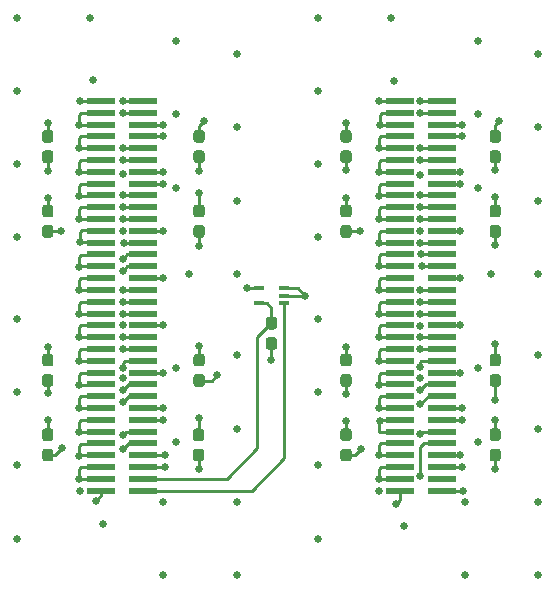
<source format=gbr>
%TF.GenerationSoftware,KiCad,Pcbnew,(5.1.9-0-10_14)*%
%TF.CreationDate,2021-05-13T13:45:13-04:00*%
%TF.ProjectId,SiPM_Board_RevB,5369504d-5f42-46f6-9172-645f52657642,rev?*%
%TF.SameCoordinates,Original*%
%TF.FileFunction,Copper,L4,Bot*%
%TF.FilePolarity,Positive*%
%FSLAX46Y46*%
G04 Gerber Fmt 4.6, Leading zero omitted, Abs format (unit mm)*
G04 Created by KiCad (PCBNEW (5.1.9-0-10_14)) date 2021-05-13 13:45:13*
%MOMM*%
%LPD*%
G01*
G04 APERTURE LIST*
%TA.AperFunction,SMDPad,CuDef*%
%ADD10R,2.413000X0.558800*%
%TD*%
%TA.AperFunction,SMDPad,CuDef*%
%ADD11R,0.900000X0.400000*%
%TD*%
%TA.AperFunction,ViaPad*%
%ADD12C,0.635000*%
%TD*%
%TA.AperFunction,Conductor*%
%ADD13C,0.294640*%
%TD*%
G04 APERTURE END LIST*
D10*
%TO.P,J2,68*%
%TO.N,/BIAS4*%
X160852000Y-116502634D03*
%TO.P,J2,67*%
X164408000Y-116502634D03*
%TO.P,J2,66*%
%TO.N,GND*%
X160852000Y-115502636D03*
%TO.P,J2,65*%
%TO.N,Net-(J2-Pad65)*%
X164408000Y-115502636D03*
%TO.P,J2,64*%
%TO.N,GND*%
X160852000Y-114502638D03*
%TO.P,J2,63*%
%TO.N,Net-(J2-Pad63)*%
X164408000Y-114502638D03*
%TO.P,J2,62*%
%TO.N,GND*%
X160852000Y-113502640D03*
%TO.P,J2,61*%
%TO.N,Net-(J2-Pad61)*%
X164408000Y-113502640D03*
%TO.P,J2,60*%
%TO.N,GND*%
X160852000Y-112502642D03*
%TO.P,J2,59*%
%TO.N,Net-(J2-Pad59)*%
X164408000Y-112502642D03*
%TO.P,J2,58*%
%TO.N,GND*%
X160852000Y-111502644D03*
%TO.P,J2,57*%
%TO.N,Net-(J2-Pad57)*%
X164408000Y-111502644D03*
%TO.P,J2,56*%
%TO.N,GND*%
X160852000Y-110502646D03*
%TO.P,J2,55*%
%TO.N,Net-(J2-Pad55)*%
X164408000Y-110502646D03*
%TO.P,J2,54*%
%TO.N,GND*%
X160852000Y-109502648D03*
%TO.P,J2,53*%
%TO.N,Net-(J2-Pad53)*%
X164408000Y-109502648D03*
%TO.P,J2,52*%
%TO.N,GND*%
X160852000Y-108502650D03*
%TO.P,J2,51*%
%TO.N,Net-(J2-Pad51)*%
X164408000Y-108502650D03*
%TO.P,J2,50*%
%TO.N,GND*%
X160852000Y-107502652D03*
%TO.P,J2,49*%
%TO.N,Net-(J2-Pad49)*%
X164408000Y-107502652D03*
%TO.P,J2,48*%
%TO.N,GND*%
X160852000Y-106502654D03*
%TO.P,J2,47*%
%TO.N,Net-(J2-Pad47)*%
X164408000Y-106502654D03*
%TO.P,J2,46*%
%TO.N,GND*%
X160852000Y-105502656D03*
%TO.P,J2,45*%
%TO.N,Net-(J2-Pad45)*%
X164408000Y-105502656D03*
%TO.P,J2,44*%
%TO.N,GND*%
X160852000Y-104502658D03*
%TO.P,J2,43*%
%TO.N,Net-(J2-Pad43)*%
X164408000Y-104502658D03*
%TO.P,J2,42*%
%TO.N,GND*%
X160852000Y-103502660D03*
%TO.P,J2,41*%
%TO.N,Net-(J2-Pad41)*%
X164408000Y-103502660D03*
%TO.P,J2,40*%
%TO.N,GND*%
X160852000Y-102502662D03*
%TO.P,J2,39*%
%TO.N,Net-(J2-Pad39)*%
X164408000Y-102502662D03*
%TO.P,J2,38*%
%TO.N,GND*%
X160852000Y-101502664D03*
%TO.P,J2,37*%
%TO.N,Net-(J2-Pad37)*%
X164408000Y-101502664D03*
%TO.P,J2,36*%
%TO.N,GND*%
X160852000Y-100502666D03*
%TO.P,J2,35*%
%TO.N,Net-(J2-Pad35)*%
X164408000Y-100502666D03*
%TO.P,J2,34*%
%TO.N,GND*%
X160852000Y-99502668D03*
%TO.P,J2,33*%
%TO.N,Net-(J2-Pad33)*%
X164408000Y-99502668D03*
%TO.P,J2,32*%
%TO.N,GND*%
X160852000Y-98502670D03*
%TO.P,J2,31*%
%TO.N,Net-(J2-Pad31)*%
X164408000Y-98502670D03*
%TO.P,J2,30*%
%TO.N,GND*%
X160852000Y-97502672D03*
%TO.P,J2,29*%
%TO.N,Net-(J2-Pad29)*%
X164408000Y-97502672D03*
%TO.P,J2,28*%
%TO.N,GND*%
X160852000Y-96502674D03*
%TO.P,J2,27*%
%TO.N,Net-(J2-Pad27)*%
X164408000Y-96502674D03*
%TO.P,J2,26*%
%TO.N,GND*%
X160852000Y-95502676D03*
%TO.P,J2,25*%
%TO.N,Net-(J2-Pad25)*%
X164408000Y-95502676D03*
%TO.P,J2,24*%
%TO.N,GND*%
X160852000Y-94502678D03*
%TO.P,J2,23*%
%TO.N,Net-(J2-Pad23)*%
X164408000Y-94502678D03*
%TO.P,J2,22*%
%TO.N,GND*%
X160852000Y-93502680D03*
%TO.P,J2,21*%
%TO.N,Net-(J2-Pad21)*%
X164408000Y-93502680D03*
%TO.P,J2,20*%
%TO.N,GND*%
X160852000Y-92502682D03*
%TO.P,J2,19*%
%TO.N,Net-(J2-Pad19)*%
X164408000Y-92502682D03*
%TO.P,J2,18*%
%TO.N,GND*%
X160852000Y-91502684D03*
%TO.P,J2,17*%
%TO.N,Net-(J2-Pad17)*%
X164408000Y-91502684D03*
%TO.P,J2,16*%
%TO.N,GND*%
X160852000Y-90502686D03*
%TO.P,J2,15*%
%TO.N,Net-(J2-Pad15)*%
X164408000Y-90502686D03*
%TO.P,J2,14*%
%TO.N,GND*%
X160852000Y-89502688D03*
%TO.P,J2,13*%
%TO.N,Net-(J2-Pad13)*%
X164408000Y-89502688D03*
%TO.P,J2,12*%
%TO.N,GND*%
X160852000Y-88502690D03*
%TO.P,J2,11*%
%TO.N,Net-(J2-Pad11)*%
X164408000Y-88502690D03*
%TO.P,J2,10*%
%TO.N,GND*%
X160852000Y-87502692D03*
%TO.P,J2,9*%
%TO.N,Net-(J2-Pad9)*%
X164408000Y-87502692D03*
%TO.P,J2,8*%
%TO.N,GND*%
X160852000Y-86502694D03*
%TO.P,J2,7*%
%TO.N,Net-(J2-Pad7)*%
X164408000Y-86502694D03*
%TO.P,J2,6*%
%TO.N,GND*%
X160852000Y-85502696D03*
%TO.P,J2,5*%
%TO.N,Net-(J2-Pad5)*%
X164408000Y-85502696D03*
%TO.P,J2,4*%
%TO.N,GND*%
X160852000Y-84502698D03*
%TO.P,J2,3*%
%TO.N,Net-(J2-Pad3)*%
X164408000Y-84502698D03*
%TO.P,J2,1*%
%TO.N,Net-(J2-Pad1)*%
X164408000Y-83502700D03*
%TO.P,J2,2*%
%TO.N,/BIAS3*%
X160852000Y-83502700D03*
%TD*%
D11*
%TO.P,U1,4*%
%TO.N,/VDD*%
X148900000Y-100650000D03*
%TO.P,U1,2*%
%TO.N,GND*%
X151100000Y-100000000D03*
%TO.P,U1,5*%
X148900180Y-99344680D03*
%TO.P,U1,3*%
%TO.N,/OUT*%
X151100000Y-100650000D03*
%TO.P,U1,1*%
%TO.N,GND*%
X151100000Y-99350000D03*
%TD*%
D10*
%TO.P,J1,2*%
%TO.N,/BIAS1*%
X135592000Y-83502700D03*
%TO.P,J1,1*%
%TO.N,Net-(J1-Pad1)*%
X139148000Y-83502700D03*
%TO.P,J1,3*%
%TO.N,Net-(J1-Pad3)*%
X139148000Y-84502698D03*
%TO.P,J1,4*%
%TO.N,GND*%
X135592000Y-84502698D03*
%TO.P,J1,5*%
%TO.N,Net-(J1-Pad5)*%
X139148000Y-85502696D03*
%TO.P,J1,6*%
%TO.N,GND*%
X135592000Y-85502696D03*
%TO.P,J1,7*%
%TO.N,Net-(J1-Pad7)*%
X139148000Y-86502694D03*
%TO.P,J1,8*%
%TO.N,GND*%
X135592000Y-86502694D03*
%TO.P,J1,9*%
%TO.N,Net-(J1-Pad9)*%
X139148000Y-87502692D03*
%TO.P,J1,10*%
%TO.N,GND*%
X135592000Y-87502692D03*
%TO.P,J1,11*%
%TO.N,Net-(J1-Pad11)*%
X139148000Y-88502690D03*
%TO.P,J1,12*%
%TO.N,GND*%
X135592000Y-88502690D03*
%TO.P,J1,13*%
%TO.N,Net-(J1-Pad13)*%
X139148000Y-89502688D03*
%TO.P,J1,14*%
%TO.N,GND*%
X135592000Y-89502688D03*
%TO.P,J1,15*%
%TO.N,Net-(J1-Pad15)*%
X139148000Y-90502686D03*
%TO.P,J1,16*%
%TO.N,GND*%
X135592000Y-90502686D03*
%TO.P,J1,17*%
%TO.N,Net-(J1-Pad17)*%
X139148000Y-91502684D03*
%TO.P,J1,18*%
%TO.N,GND*%
X135592000Y-91502684D03*
%TO.P,J1,19*%
%TO.N,Net-(J1-Pad19)*%
X139148000Y-92502682D03*
%TO.P,J1,20*%
%TO.N,GND*%
X135592000Y-92502682D03*
%TO.P,J1,21*%
%TO.N,Net-(J1-Pad21)*%
X139148000Y-93502680D03*
%TO.P,J1,22*%
%TO.N,GND*%
X135592000Y-93502680D03*
%TO.P,J1,23*%
%TO.N,Net-(J1-Pad23)*%
X139148000Y-94502678D03*
%TO.P,J1,24*%
%TO.N,GND*%
X135592000Y-94502678D03*
%TO.P,J1,25*%
%TO.N,Net-(J1-Pad25)*%
X139148000Y-95502676D03*
%TO.P,J1,26*%
%TO.N,GND*%
X135592000Y-95502676D03*
%TO.P,J1,27*%
%TO.N,Net-(J1-Pad27)*%
X139148000Y-96502674D03*
%TO.P,J1,28*%
%TO.N,GND*%
X135592000Y-96502674D03*
%TO.P,J1,29*%
%TO.N,Net-(J1-Pad29)*%
X139148000Y-97502672D03*
%TO.P,J1,30*%
%TO.N,GND*%
X135592000Y-97502672D03*
%TO.P,J1,31*%
%TO.N,Net-(J1-Pad31)*%
X139148000Y-98502670D03*
%TO.P,J1,32*%
%TO.N,GND*%
X135592000Y-98502670D03*
%TO.P,J1,33*%
%TO.N,Net-(J1-Pad33)*%
X139148000Y-99502668D03*
%TO.P,J1,34*%
%TO.N,GND*%
X135592000Y-99502668D03*
%TO.P,J1,35*%
%TO.N,Net-(J1-Pad35)*%
X139148000Y-100502666D03*
%TO.P,J1,36*%
%TO.N,GND*%
X135592000Y-100502666D03*
%TO.P,J1,37*%
%TO.N,Net-(J1-Pad37)*%
X139148000Y-101502664D03*
%TO.P,J1,38*%
%TO.N,GND*%
X135592000Y-101502664D03*
%TO.P,J1,39*%
%TO.N,Net-(J1-Pad39)*%
X139148000Y-102502662D03*
%TO.P,J1,40*%
%TO.N,GND*%
X135592000Y-102502662D03*
%TO.P,J1,41*%
%TO.N,Net-(J1-Pad41)*%
X139148000Y-103502660D03*
%TO.P,J1,42*%
%TO.N,GND*%
X135592000Y-103502660D03*
%TO.P,J1,43*%
%TO.N,Net-(J1-Pad43)*%
X139148000Y-104502658D03*
%TO.P,J1,44*%
%TO.N,GND*%
X135592000Y-104502658D03*
%TO.P,J1,45*%
%TO.N,Net-(J1-Pad45)*%
X139148000Y-105502656D03*
%TO.P,J1,46*%
%TO.N,GND*%
X135592000Y-105502656D03*
%TO.P,J1,47*%
%TO.N,Net-(J1-Pad47)*%
X139148000Y-106502654D03*
%TO.P,J1,48*%
%TO.N,GND*%
X135592000Y-106502654D03*
%TO.P,J1,49*%
%TO.N,Net-(J1-Pad49)*%
X139148000Y-107502652D03*
%TO.P,J1,50*%
%TO.N,GND*%
X135592000Y-107502652D03*
%TO.P,J1,51*%
%TO.N,Net-(J1-Pad51)*%
X139148000Y-108502650D03*
%TO.P,J1,52*%
%TO.N,GND*%
X135592000Y-108502650D03*
%TO.P,J1,53*%
%TO.N,Net-(J1-Pad53)*%
X139148000Y-109502648D03*
%TO.P,J1,54*%
%TO.N,GND*%
X135592000Y-109502648D03*
%TO.P,J1,55*%
%TO.N,Net-(J1-Pad55)*%
X139148000Y-110502646D03*
%TO.P,J1,56*%
%TO.N,GND*%
X135592000Y-110502646D03*
%TO.P,J1,57*%
%TO.N,Net-(J1-Pad57)*%
X139148000Y-111502644D03*
%TO.P,J1,58*%
%TO.N,GND*%
X135592000Y-111502644D03*
%TO.P,J1,59*%
%TO.N,Net-(J1-Pad59)*%
X139148000Y-112502642D03*
%TO.P,J1,60*%
%TO.N,GND*%
X135592000Y-112502642D03*
%TO.P,J1,61*%
%TO.N,Net-(J1-Pad61)*%
X139148000Y-113502640D03*
%TO.P,J1,62*%
%TO.N,GND*%
X135592000Y-113502640D03*
%TO.P,J1,63*%
%TO.N,Net-(J1-Pad63)*%
X139148000Y-114502638D03*
%TO.P,J1,64*%
%TO.N,GND*%
X135592000Y-114502638D03*
%TO.P,J1,65*%
%TO.N,/VDD*%
X139148000Y-115502636D03*
%TO.P,J1,66*%
%TO.N,GND*%
X135592000Y-115502636D03*
%TO.P,J1,67*%
%TO.N,/OUT*%
X139148000Y-116502634D03*
%TO.P,J1,68*%
%TO.N,/BIAS2*%
X135592000Y-116502634D03*
%TD*%
%TO.P,C15,1*%
%TO.N,/BIAS4*%
%TA.AperFunction,SMDPad,CuDef*%
G36*
G01*
X156072500Y-111230000D02*
X156547500Y-111230000D01*
G75*
G02*
X156785000Y-111467500I0J-237500D01*
G01*
X156785000Y-112067500D01*
G75*
G02*
X156547500Y-112305000I-237500J0D01*
G01*
X156072500Y-112305000D01*
G75*
G02*
X155835000Y-112067500I0J237500D01*
G01*
X155835000Y-111467500D01*
G75*
G02*
X156072500Y-111230000I237500J0D01*
G01*
G37*
%TD.AperFunction*%
%TO.P,C15,2*%
%TO.N,GND*%
%TA.AperFunction,SMDPad,CuDef*%
G36*
G01*
X156072500Y-112955000D02*
X156547500Y-112955000D01*
G75*
G02*
X156785000Y-113192500I0J-237500D01*
G01*
X156785000Y-113792500D01*
G75*
G02*
X156547500Y-114030000I-237500J0D01*
G01*
X156072500Y-114030000D01*
G75*
G02*
X155835000Y-113792500I0J237500D01*
G01*
X155835000Y-113192500D01*
G75*
G02*
X156072500Y-112955000I237500J0D01*
G01*
G37*
%TD.AperFunction*%
%TD*%
%TO.P,C9,2*%
%TO.N,GND*%
%TA.AperFunction,SMDPad,CuDef*%
G36*
G01*
X149762500Y-103505000D02*
X150237500Y-103505000D01*
G75*
G02*
X150475000Y-103742500I0J-237500D01*
G01*
X150475000Y-104342500D01*
G75*
G02*
X150237500Y-104580000I-237500J0D01*
G01*
X149762500Y-104580000D01*
G75*
G02*
X149525000Y-104342500I0J237500D01*
G01*
X149525000Y-103742500D01*
G75*
G02*
X149762500Y-103505000I237500J0D01*
G01*
G37*
%TD.AperFunction*%
%TO.P,C9,1*%
%TO.N,/VDD*%
%TA.AperFunction,SMDPad,CuDef*%
G36*
G01*
X149762500Y-101780000D02*
X150237500Y-101780000D01*
G75*
G02*
X150475000Y-102017500I0J-237500D01*
G01*
X150475000Y-102617500D01*
G75*
G02*
X150237500Y-102855000I-237500J0D01*
G01*
X149762500Y-102855000D01*
G75*
G02*
X149525000Y-102617500I0J237500D01*
G01*
X149525000Y-102017500D01*
G75*
G02*
X149762500Y-101780000I237500J0D01*
G01*
G37*
%TD.AperFunction*%
%TD*%
%TO.P,C5,2*%
%TO.N,GND*%
%TA.AperFunction,SMDPad,CuDef*%
G36*
G01*
X130822500Y-87695000D02*
X131297500Y-87695000D01*
G75*
G02*
X131535000Y-87932500I0J-237500D01*
G01*
X131535000Y-88532500D01*
G75*
G02*
X131297500Y-88770000I-237500J0D01*
G01*
X130822500Y-88770000D01*
G75*
G02*
X130585000Y-88532500I0J237500D01*
G01*
X130585000Y-87932500D01*
G75*
G02*
X130822500Y-87695000I237500J0D01*
G01*
G37*
%TD.AperFunction*%
%TO.P,C5,1*%
%TO.N,/BIAS1*%
%TA.AperFunction,SMDPad,CuDef*%
G36*
G01*
X130822500Y-85970000D02*
X131297500Y-85970000D01*
G75*
G02*
X131535000Y-86207500I0J-237500D01*
G01*
X131535000Y-86807500D01*
G75*
G02*
X131297500Y-87045000I-237500J0D01*
G01*
X130822500Y-87045000D01*
G75*
G02*
X130585000Y-86807500I0J237500D01*
G01*
X130585000Y-86207500D01*
G75*
G02*
X130822500Y-85970000I237500J0D01*
G01*
G37*
%TD.AperFunction*%
%TD*%
%TO.P,C7,1*%
%TO.N,/BIAS1*%
%TA.AperFunction,SMDPad,CuDef*%
G36*
G01*
X143632500Y-85970000D02*
X144107500Y-85970000D01*
G75*
G02*
X144345000Y-86207500I0J-237500D01*
G01*
X144345000Y-86807500D01*
G75*
G02*
X144107500Y-87045000I-237500J0D01*
G01*
X143632500Y-87045000D01*
G75*
G02*
X143395000Y-86807500I0J237500D01*
G01*
X143395000Y-86207500D01*
G75*
G02*
X143632500Y-85970000I237500J0D01*
G01*
G37*
%TD.AperFunction*%
%TO.P,C7,2*%
%TO.N,GND*%
%TA.AperFunction,SMDPad,CuDef*%
G36*
G01*
X143632500Y-87695000D02*
X144107500Y-87695000D01*
G75*
G02*
X144345000Y-87932500I0J-237500D01*
G01*
X144345000Y-88532500D01*
G75*
G02*
X144107500Y-88770000I-237500J0D01*
G01*
X143632500Y-88770000D01*
G75*
G02*
X143395000Y-88532500I0J237500D01*
G01*
X143395000Y-87932500D01*
G75*
G02*
X143632500Y-87695000I237500J0D01*
G01*
G37*
%TD.AperFunction*%
%TD*%
%TO.P,C6,2*%
%TO.N,GND*%
%TA.AperFunction,SMDPad,CuDef*%
G36*
G01*
X130822500Y-112955000D02*
X131297500Y-112955000D01*
G75*
G02*
X131535000Y-113192500I0J-237500D01*
G01*
X131535000Y-113792500D01*
G75*
G02*
X131297500Y-114030000I-237500J0D01*
G01*
X130822500Y-114030000D01*
G75*
G02*
X130585000Y-113792500I0J237500D01*
G01*
X130585000Y-113192500D01*
G75*
G02*
X130822500Y-112955000I237500J0D01*
G01*
G37*
%TD.AperFunction*%
%TO.P,C6,1*%
%TO.N,/BIAS2*%
%TA.AperFunction,SMDPad,CuDef*%
G36*
G01*
X130822500Y-111230000D02*
X131297500Y-111230000D01*
G75*
G02*
X131535000Y-111467500I0J-237500D01*
G01*
X131535000Y-112067500D01*
G75*
G02*
X131297500Y-112305000I-237500J0D01*
G01*
X130822500Y-112305000D01*
G75*
G02*
X130585000Y-112067500I0J237500D01*
G01*
X130585000Y-111467500D01*
G75*
G02*
X130822500Y-111230000I237500J0D01*
G01*
G37*
%TD.AperFunction*%
%TD*%
%TO.P,C8,1*%
%TO.N,/BIAS2*%
%TA.AperFunction,SMDPad,CuDef*%
G36*
G01*
X143582500Y-111230000D02*
X144057500Y-111230000D01*
G75*
G02*
X144295000Y-111467500I0J-237500D01*
G01*
X144295000Y-112067500D01*
G75*
G02*
X144057500Y-112305000I-237500J0D01*
G01*
X143582500Y-112305000D01*
G75*
G02*
X143345000Y-112067500I0J237500D01*
G01*
X143345000Y-111467500D01*
G75*
G02*
X143582500Y-111230000I237500J0D01*
G01*
G37*
%TD.AperFunction*%
%TO.P,C8,2*%
%TO.N,GND*%
%TA.AperFunction,SMDPad,CuDef*%
G36*
G01*
X143582500Y-112955000D02*
X144057500Y-112955000D01*
G75*
G02*
X144295000Y-113192500I0J-237500D01*
G01*
X144295000Y-113792500D01*
G75*
G02*
X144057500Y-114030000I-237500J0D01*
G01*
X143582500Y-114030000D01*
G75*
G02*
X143345000Y-113792500I0J237500D01*
G01*
X143345000Y-113192500D01*
G75*
G02*
X143582500Y-112955000I237500J0D01*
G01*
G37*
%TD.AperFunction*%
%TD*%
%TO.P,C14,2*%
%TO.N,GND*%
%TA.AperFunction,SMDPad,CuDef*%
G36*
G01*
X156072500Y-87695000D02*
X156547500Y-87695000D01*
G75*
G02*
X156785000Y-87932500I0J-237500D01*
G01*
X156785000Y-88532500D01*
G75*
G02*
X156547500Y-88770000I-237500J0D01*
G01*
X156072500Y-88770000D01*
G75*
G02*
X155835000Y-88532500I0J237500D01*
G01*
X155835000Y-87932500D01*
G75*
G02*
X156072500Y-87695000I237500J0D01*
G01*
G37*
%TD.AperFunction*%
%TO.P,C14,1*%
%TO.N,/BIAS3*%
%TA.AperFunction,SMDPad,CuDef*%
G36*
G01*
X156072500Y-85970000D02*
X156547500Y-85970000D01*
G75*
G02*
X156785000Y-86207500I0J-237500D01*
G01*
X156785000Y-86807500D01*
G75*
G02*
X156547500Y-87045000I-237500J0D01*
G01*
X156072500Y-87045000D01*
G75*
G02*
X155835000Y-86807500I0J237500D01*
G01*
X155835000Y-86207500D01*
G75*
G02*
X156072500Y-85970000I237500J0D01*
G01*
G37*
%TD.AperFunction*%
%TD*%
%TO.P,C16,1*%
%TO.N,/BIAS3*%
%TA.AperFunction,SMDPad,CuDef*%
G36*
G01*
X168702500Y-85970000D02*
X169177500Y-85970000D01*
G75*
G02*
X169415000Y-86207500I0J-237500D01*
G01*
X169415000Y-86807500D01*
G75*
G02*
X169177500Y-87045000I-237500J0D01*
G01*
X168702500Y-87045000D01*
G75*
G02*
X168465000Y-86807500I0J237500D01*
G01*
X168465000Y-86207500D01*
G75*
G02*
X168702500Y-85970000I237500J0D01*
G01*
G37*
%TD.AperFunction*%
%TO.P,C16,2*%
%TO.N,GND*%
%TA.AperFunction,SMDPad,CuDef*%
G36*
G01*
X168702500Y-87695000D02*
X169177500Y-87695000D01*
G75*
G02*
X169415000Y-87932500I0J-237500D01*
G01*
X169415000Y-88532500D01*
G75*
G02*
X169177500Y-88770000I-237500J0D01*
G01*
X168702500Y-88770000D01*
G75*
G02*
X168465000Y-88532500I0J237500D01*
G01*
X168465000Y-87932500D01*
G75*
G02*
X168702500Y-87695000I237500J0D01*
G01*
G37*
%TD.AperFunction*%
%TD*%
%TO.P,C17,2*%
%TO.N,GND*%
%TA.AperFunction,SMDPad,CuDef*%
G36*
G01*
X168702500Y-112955000D02*
X169177500Y-112955000D01*
G75*
G02*
X169415000Y-113192500I0J-237500D01*
G01*
X169415000Y-113792500D01*
G75*
G02*
X169177500Y-114030000I-237500J0D01*
G01*
X168702500Y-114030000D01*
G75*
G02*
X168465000Y-113792500I0J237500D01*
G01*
X168465000Y-113192500D01*
G75*
G02*
X168702500Y-112955000I237500J0D01*
G01*
G37*
%TD.AperFunction*%
%TO.P,C17,1*%
%TO.N,/BIAS4*%
%TA.AperFunction,SMDPad,CuDef*%
G36*
G01*
X168702500Y-111230000D02*
X169177500Y-111230000D01*
G75*
G02*
X169415000Y-111467500I0J-237500D01*
G01*
X169415000Y-112067500D01*
G75*
G02*
X169177500Y-112305000I-237500J0D01*
G01*
X168702500Y-112305000D01*
G75*
G02*
X168465000Y-112067500I0J237500D01*
G01*
X168465000Y-111467500D01*
G75*
G02*
X168702500Y-111230000I237500J0D01*
G01*
G37*
%TD.AperFunction*%
%TD*%
%TO.P,C1,2*%
%TO.N,GND*%
%TA.AperFunction,SMDPad,CuDef*%
G36*
G01*
X130822500Y-94015000D02*
X131297500Y-94015000D01*
G75*
G02*
X131535000Y-94252500I0J-237500D01*
G01*
X131535000Y-94852500D01*
G75*
G02*
X131297500Y-95090000I-237500J0D01*
G01*
X130822500Y-95090000D01*
G75*
G02*
X130585000Y-94852500I0J237500D01*
G01*
X130585000Y-94252500D01*
G75*
G02*
X130822500Y-94015000I237500J0D01*
G01*
G37*
%TD.AperFunction*%
%TO.P,C1,1*%
%TO.N,/BIAS1*%
%TA.AperFunction,SMDPad,CuDef*%
G36*
G01*
X130822500Y-92290000D02*
X131297500Y-92290000D01*
G75*
G02*
X131535000Y-92527500I0J-237500D01*
G01*
X131535000Y-93127500D01*
G75*
G02*
X131297500Y-93365000I-237500J0D01*
G01*
X130822500Y-93365000D01*
G75*
G02*
X130585000Y-93127500I0J237500D01*
G01*
X130585000Y-92527500D01*
G75*
G02*
X130822500Y-92290000I237500J0D01*
G01*
G37*
%TD.AperFunction*%
%TD*%
%TO.P,C3,1*%
%TO.N,/BIAS1*%
%TA.AperFunction,SMDPad,CuDef*%
G36*
G01*
X143632500Y-92290000D02*
X144107500Y-92290000D01*
G75*
G02*
X144345000Y-92527500I0J-237500D01*
G01*
X144345000Y-93127500D01*
G75*
G02*
X144107500Y-93365000I-237500J0D01*
G01*
X143632500Y-93365000D01*
G75*
G02*
X143395000Y-93127500I0J237500D01*
G01*
X143395000Y-92527500D01*
G75*
G02*
X143632500Y-92290000I237500J0D01*
G01*
G37*
%TD.AperFunction*%
%TO.P,C3,2*%
%TO.N,GND*%
%TA.AperFunction,SMDPad,CuDef*%
G36*
G01*
X143632500Y-94015000D02*
X144107500Y-94015000D01*
G75*
G02*
X144345000Y-94252500I0J-237500D01*
G01*
X144345000Y-94852500D01*
G75*
G02*
X144107500Y-95090000I-237500J0D01*
G01*
X143632500Y-95090000D01*
G75*
G02*
X143395000Y-94852500I0J237500D01*
G01*
X143395000Y-94252500D01*
G75*
G02*
X143632500Y-94015000I237500J0D01*
G01*
G37*
%TD.AperFunction*%
%TD*%
%TO.P,C2,2*%
%TO.N,GND*%
%TA.AperFunction,SMDPad,CuDef*%
G36*
G01*
X130822500Y-106635000D02*
X131297500Y-106635000D01*
G75*
G02*
X131535000Y-106872500I0J-237500D01*
G01*
X131535000Y-107472500D01*
G75*
G02*
X131297500Y-107710000I-237500J0D01*
G01*
X130822500Y-107710000D01*
G75*
G02*
X130585000Y-107472500I0J237500D01*
G01*
X130585000Y-106872500D01*
G75*
G02*
X130822500Y-106635000I237500J0D01*
G01*
G37*
%TD.AperFunction*%
%TO.P,C2,1*%
%TO.N,/BIAS2*%
%TA.AperFunction,SMDPad,CuDef*%
G36*
G01*
X130822500Y-104910000D02*
X131297500Y-104910000D01*
G75*
G02*
X131535000Y-105147500I0J-237500D01*
G01*
X131535000Y-105747500D01*
G75*
G02*
X131297500Y-105985000I-237500J0D01*
G01*
X130822500Y-105985000D01*
G75*
G02*
X130585000Y-105747500I0J237500D01*
G01*
X130585000Y-105147500D01*
G75*
G02*
X130822500Y-104910000I237500J0D01*
G01*
G37*
%TD.AperFunction*%
%TD*%
%TO.P,C4,1*%
%TO.N,/BIAS2*%
%TA.AperFunction,SMDPad,CuDef*%
G36*
G01*
X143632500Y-104910000D02*
X144107500Y-104910000D01*
G75*
G02*
X144345000Y-105147500I0J-237500D01*
G01*
X144345000Y-105747500D01*
G75*
G02*
X144107500Y-105985000I-237500J0D01*
G01*
X143632500Y-105985000D01*
G75*
G02*
X143395000Y-105747500I0J237500D01*
G01*
X143395000Y-105147500D01*
G75*
G02*
X143632500Y-104910000I237500J0D01*
G01*
G37*
%TD.AperFunction*%
%TO.P,C4,2*%
%TO.N,GND*%
%TA.AperFunction,SMDPad,CuDef*%
G36*
G01*
X143632500Y-106635000D02*
X144107500Y-106635000D01*
G75*
G02*
X144345000Y-106872500I0J-237500D01*
G01*
X144345000Y-107472500D01*
G75*
G02*
X144107500Y-107710000I-237500J0D01*
G01*
X143632500Y-107710000D01*
G75*
G02*
X143395000Y-107472500I0J237500D01*
G01*
X143395000Y-106872500D01*
G75*
G02*
X143632500Y-106635000I237500J0D01*
G01*
G37*
%TD.AperFunction*%
%TD*%
%TO.P,C10,2*%
%TO.N,GND*%
%TA.AperFunction,SMDPad,CuDef*%
G36*
G01*
X156072500Y-94015000D02*
X156547500Y-94015000D01*
G75*
G02*
X156785000Y-94252500I0J-237500D01*
G01*
X156785000Y-94852500D01*
G75*
G02*
X156547500Y-95090000I-237500J0D01*
G01*
X156072500Y-95090000D01*
G75*
G02*
X155835000Y-94852500I0J237500D01*
G01*
X155835000Y-94252500D01*
G75*
G02*
X156072500Y-94015000I237500J0D01*
G01*
G37*
%TD.AperFunction*%
%TO.P,C10,1*%
%TO.N,/BIAS3*%
%TA.AperFunction,SMDPad,CuDef*%
G36*
G01*
X156072500Y-92290000D02*
X156547500Y-92290000D01*
G75*
G02*
X156785000Y-92527500I0J-237500D01*
G01*
X156785000Y-93127500D01*
G75*
G02*
X156547500Y-93365000I-237500J0D01*
G01*
X156072500Y-93365000D01*
G75*
G02*
X155835000Y-93127500I0J237500D01*
G01*
X155835000Y-92527500D01*
G75*
G02*
X156072500Y-92290000I237500J0D01*
G01*
G37*
%TD.AperFunction*%
%TD*%
%TO.P,C12,1*%
%TO.N,/BIAS3*%
%TA.AperFunction,SMDPad,CuDef*%
G36*
G01*
X168702500Y-92290000D02*
X169177500Y-92290000D01*
G75*
G02*
X169415000Y-92527500I0J-237500D01*
G01*
X169415000Y-93127500D01*
G75*
G02*
X169177500Y-93365000I-237500J0D01*
G01*
X168702500Y-93365000D01*
G75*
G02*
X168465000Y-93127500I0J237500D01*
G01*
X168465000Y-92527500D01*
G75*
G02*
X168702500Y-92290000I237500J0D01*
G01*
G37*
%TD.AperFunction*%
%TO.P,C12,2*%
%TO.N,GND*%
%TA.AperFunction,SMDPad,CuDef*%
G36*
G01*
X168702500Y-94015000D02*
X169177500Y-94015000D01*
G75*
G02*
X169415000Y-94252500I0J-237500D01*
G01*
X169415000Y-94852500D01*
G75*
G02*
X169177500Y-95090000I-237500J0D01*
G01*
X168702500Y-95090000D01*
G75*
G02*
X168465000Y-94852500I0J237500D01*
G01*
X168465000Y-94252500D01*
G75*
G02*
X168702500Y-94015000I237500J0D01*
G01*
G37*
%TD.AperFunction*%
%TD*%
%TO.P,C11,2*%
%TO.N,GND*%
%TA.AperFunction,SMDPad,CuDef*%
G36*
G01*
X156072500Y-106635000D02*
X156547500Y-106635000D01*
G75*
G02*
X156785000Y-106872500I0J-237500D01*
G01*
X156785000Y-107472500D01*
G75*
G02*
X156547500Y-107710000I-237500J0D01*
G01*
X156072500Y-107710000D01*
G75*
G02*
X155835000Y-107472500I0J237500D01*
G01*
X155835000Y-106872500D01*
G75*
G02*
X156072500Y-106635000I237500J0D01*
G01*
G37*
%TD.AperFunction*%
%TO.P,C11,1*%
%TO.N,/BIAS4*%
%TA.AperFunction,SMDPad,CuDef*%
G36*
G01*
X156072500Y-104910000D02*
X156547500Y-104910000D01*
G75*
G02*
X156785000Y-105147500I0J-237500D01*
G01*
X156785000Y-105747500D01*
G75*
G02*
X156547500Y-105985000I-237500J0D01*
G01*
X156072500Y-105985000D01*
G75*
G02*
X155835000Y-105747500I0J237500D01*
G01*
X155835000Y-105147500D01*
G75*
G02*
X156072500Y-104910000I237500J0D01*
G01*
G37*
%TD.AperFunction*%
%TD*%
%TO.P,C13,1*%
%TO.N,/BIAS4*%
%TA.AperFunction,SMDPad,CuDef*%
G36*
G01*
X168702500Y-104910000D02*
X169177500Y-104910000D01*
G75*
G02*
X169415000Y-105147500I0J-237500D01*
G01*
X169415000Y-105747500D01*
G75*
G02*
X169177500Y-105985000I-237500J0D01*
G01*
X168702500Y-105985000D01*
G75*
G02*
X168465000Y-105747500I0J237500D01*
G01*
X168465000Y-105147500D01*
G75*
G02*
X168702500Y-104910000I237500J0D01*
G01*
G37*
%TD.AperFunction*%
%TO.P,C13,2*%
%TO.N,GND*%
%TA.AperFunction,SMDPad,CuDef*%
G36*
G01*
X168702500Y-106635000D02*
X169177500Y-106635000D01*
G75*
G02*
X169415000Y-106872500I0J-237500D01*
G01*
X169415000Y-107472500D01*
G75*
G02*
X169177500Y-107710000I-237500J0D01*
G01*
X168702500Y-107710000D01*
G75*
G02*
X168465000Y-107472500I0J237500D01*
G01*
X168465000Y-106872500D01*
G75*
G02*
X168702500Y-106635000I237500J0D01*
G01*
G37*
%TD.AperFunction*%
%TD*%
D12*
%TO.N,GND*%
X133707308Y-111522692D03*
X133707308Y-103522692D03*
X133707308Y-101522692D03*
X133707308Y-87522692D03*
X133707308Y-115522692D03*
X133707308Y-113522692D03*
X133707308Y-107522692D03*
X133707308Y-105522692D03*
X133707308Y-109522692D03*
X133827308Y-95432692D03*
X133707308Y-85522692D03*
X133707308Y-93522692D03*
X133707308Y-91522692D03*
X133707308Y-89522692D03*
X133707308Y-99522692D03*
X133707308Y-97522692D03*
X159077308Y-103512692D03*
X159077308Y-101512692D03*
X159077308Y-87512692D03*
X159077308Y-115512692D03*
X159077308Y-113512692D03*
X159077308Y-107512692D03*
X159077308Y-105512692D03*
X159077308Y-109512692D03*
X159077308Y-95512692D03*
X159077308Y-93512692D03*
X159077308Y-91512692D03*
X159077308Y-89512692D03*
X159077308Y-99512692D03*
X159077308Y-97512692D03*
X152860000Y-100000000D03*
X150000000Y-105400000D03*
X147935320Y-99344680D03*
X131060000Y-89460000D03*
X132152500Y-94552500D03*
X143870000Y-89430000D03*
X143870000Y-95770000D03*
X132300000Y-112900000D03*
X131060000Y-108240000D03*
X145400000Y-106700000D03*
X143820000Y-114680000D03*
X157452500Y-94552500D03*
X156310000Y-89390000D03*
X168940000Y-89360000D03*
X168940000Y-95740000D03*
X159177308Y-85512692D03*
X156310000Y-108290000D03*
X157600000Y-113000000D03*
X168940000Y-114640000D03*
X168940000Y-108860000D03*
X159175000Y-110575000D03*
%TO.N,/BIAS1*%
X133762700Y-83502700D03*
X128450000Y-76450000D03*
X128450000Y-82650000D03*
X128450000Y-88850000D03*
X128450000Y-95050000D03*
X134650000Y-76450000D03*
X134850000Y-81750000D03*
X137400000Y-89700000D03*
X137400000Y-94500000D03*
X141950000Y-78450000D03*
X141950000Y-84650000D03*
X141950000Y-90850000D03*
X143050000Y-98150000D03*
X147050000Y-79550000D03*
X147050000Y-85750000D03*
X147050000Y-91950000D03*
X147050000Y-98150000D03*
X131060000Y-85340000D03*
X131060000Y-91760000D03*
X144300000Y-85200000D03*
X143870000Y-91300000D03*
%TO.N,/BIAS2*%
X133757366Y-116502634D03*
X128450000Y-101950000D03*
X128450000Y-108150000D03*
X128450000Y-120550000D03*
X128450000Y-114350000D03*
X137400000Y-102500000D03*
X137400000Y-107000000D03*
X135750000Y-119350000D03*
X135100000Y-117400000D03*
X141950000Y-106150000D03*
X141950000Y-112350000D03*
X140850000Y-117450000D03*
X140850000Y-123650000D03*
X147050000Y-123650000D03*
X147050000Y-117450000D03*
X147050000Y-111250000D03*
X147050000Y-105050000D03*
X131060000Y-110540000D03*
X131060000Y-104360000D03*
X143870000Y-104230000D03*
X143820000Y-110320000D03*
%TO.N,Net-(J1-Pad63)*%
X141000000Y-114500000D03*
%TO.N,Net-(J1-Pad61)*%
X141000000Y-113500000D03*
%TO.N,Net-(J1-Pad59)*%
X137400000Y-113000000D03*
%TO.N,Net-(J1-Pad57)*%
X137400000Y-111800000D03*
%TO.N,Net-(J1-Pad55)*%
X140800000Y-110500000D03*
%TO.N,Net-(J1-Pad53)*%
X140800000Y-109500000D03*
%TO.N,Net-(J1-Pad51)*%
X137402650Y-109002650D03*
%TO.N,Net-(J1-Pad49)*%
X137400000Y-108000000D03*
%TO.N,Net-(J1-Pad47)*%
X140800000Y-106500000D03*
%TO.N,Net-(J1-Pad45)*%
X137400000Y-106100000D03*
%TO.N,Net-(J1-Pad43)*%
X137400000Y-104500000D03*
%TO.N,Net-(J1-Pad41)*%
X137400000Y-103500000D03*
%TO.N,Net-(J1-Pad39)*%
X140800000Y-102500000D03*
%TO.N,Net-(J1-Pad37)*%
X137400000Y-101500000D03*
%TO.N,Net-(J1-Pad35)*%
X137400000Y-100500000D03*
%TO.N,Net-(J1-Pad33)*%
X137400000Y-99500000D03*
%TO.N,Net-(J1-Pad31)*%
X140800000Y-98500000D03*
%TO.N,Net-(J1-Pad29)*%
X137400000Y-97900000D03*
%TO.N,Net-(J1-Pad27)*%
X137400000Y-96900000D03*
%TO.N,Net-(J1-Pad25)*%
X137497324Y-95502676D03*
%TO.N,Net-(J1-Pad23)*%
X140800000Y-94500000D03*
%TO.N,Net-(J1-Pad21)*%
X137400000Y-93500000D03*
%TO.N,Net-(J1-Pad19)*%
X137400000Y-92500000D03*
%TO.N,Net-(J1-Pad17)*%
X137400000Y-91500000D03*
%TO.N,Net-(J1-Pad15)*%
X140800000Y-90500000D03*
%TO.N,Net-(J1-Pad13)*%
X140800000Y-89500000D03*
%TO.N,Net-(J1-Pad11)*%
X137402690Y-88502690D03*
%TO.N,Net-(J1-Pad9)*%
X137400000Y-87500000D03*
%TO.N,Net-(J1-Pad7)*%
X140800000Y-86500000D03*
%TO.N,Net-(J1-Pad5)*%
X140800000Y-85500000D03*
%TO.N,Net-(J1-Pad3)*%
X137400000Y-84500000D03*
%TO.N,Net-(J1-Pad1)*%
X137400000Y-83500000D03*
%TO.N,Net-(J2-Pad63)*%
X166100000Y-114500000D03*
%TO.N,Net-(J2-Pad61)*%
X165997360Y-113502640D03*
%TO.N,Net-(J2-Pad59)*%
X162600000Y-115300000D03*
%TO.N,Net-(J2-Pad57)*%
X162600000Y-111700000D03*
%TO.N,Net-(J2-Pad55)*%
X166097354Y-110502646D03*
%TO.N,Net-(J2-Pad53)*%
X166097352Y-109502648D03*
%TO.N,Net-(J2-Pad51)*%
X162600000Y-109200000D03*
%TO.N,Net-(J2-Pad49)*%
X162600000Y-107983936D03*
%TO.N,Net-(J2-Pad47)*%
X165997346Y-106502654D03*
%TO.N,Net-(J2-Pad45)*%
X162600000Y-106000000D03*
%TO.N,Net-(J2-Pad43)*%
X162602658Y-104502658D03*
%TO.N,Net-(J2-Pad41)*%
X162600000Y-103500000D03*
%TO.N,Net-(J2-Pad39)*%
X165997338Y-102502662D03*
%TO.N,Net-(J2-Pad37)*%
X162600000Y-101500000D03*
%TO.N,Net-(J2-Pad35)*%
X162602666Y-100502666D03*
%TO.N,Net-(J2-Pad33)*%
X162602668Y-99502668D03*
%TO.N,Net-(J2-Pad31)*%
X165997330Y-98502670D03*
%TO.N,Net-(J2-Pad29)*%
X162702672Y-97502672D03*
%TO.N,Net-(J2-Pad27)*%
X162697326Y-96502674D03*
%TO.N,Net-(J2-Pad25)*%
X162602676Y-95502676D03*
%TO.N,Net-(J2-Pad23)*%
X166000000Y-94500000D03*
%TO.N,Net-(J2-Pad21)*%
X162600000Y-93500000D03*
%TO.N,Net-(J2-Pad19)*%
X162602682Y-92502682D03*
%TO.N,Net-(J2-Pad17)*%
X162602684Y-91502684D03*
%TO.N,Net-(J2-Pad15)*%
X166000000Y-90500000D03*
%TO.N,Net-(J2-Pad13)*%
X166000000Y-89500000D03*
%TO.N,Net-(J2-Pad11)*%
X162602690Y-88502690D03*
%TO.N,Net-(J2-Pad9)*%
X162600000Y-87500000D03*
%TO.N,Net-(J2-Pad7)*%
X166097306Y-86502694D03*
%TO.N,Net-(J2-Pad5)*%
X166100000Y-85502696D03*
%TO.N,Net-(J2-Pad3)*%
X162600000Y-84500000D03*
%TO.N,Net-(J2-Pad1)*%
X162602700Y-83502700D03*
%TO.N,/BIAS3*%
X153950000Y-76450000D03*
X159078000Y-83502700D03*
X153950000Y-82650000D03*
X153950000Y-88850000D03*
X153950000Y-95050000D03*
X160150000Y-76450000D03*
X160400000Y-81800000D03*
X162600000Y-94521416D03*
X167450000Y-78450000D03*
X167450000Y-84650000D03*
X167450000Y-90850000D03*
X168550000Y-98150000D03*
X172550000Y-79550000D03*
X172550000Y-85750000D03*
X172550000Y-91950000D03*
X172550000Y-98150000D03*
X156310000Y-91710000D03*
X156310000Y-85410000D03*
X169300000Y-85200000D03*
X168940000Y-91660000D03*
X162600000Y-89800000D03*
%TO.N,/BIAS4*%
X153950000Y-101950000D03*
X159078000Y-116502634D03*
X162600000Y-107000000D03*
X153950000Y-108150000D03*
X153950000Y-114350000D03*
X153950000Y-120550000D03*
X161250000Y-119450000D03*
X167450000Y-106150000D03*
X167450000Y-112350000D03*
X166350000Y-117450000D03*
X166350000Y-123650000D03*
X172550000Y-123650000D03*
X172550000Y-117450000D03*
X172550000Y-111250000D03*
X172550000Y-105050000D03*
X156310000Y-104310000D03*
X162600000Y-102600000D03*
X156310000Y-110610000D03*
X168940000Y-110540000D03*
X168940000Y-104060000D03*
X160500000Y-117600000D03*
X166197366Y-116502634D03*
%TD*%
D13*
%TO.N,GND*%
X135572000Y-109512696D02*
X133717304Y-109512696D01*
X133702694Y-113518078D02*
X133707308Y-113522692D01*
X133702694Y-103518078D02*
X133707308Y-103522692D01*
X135572000Y-103512696D02*
X133717304Y-103512696D01*
X133877302Y-112512698D02*
X133707308Y-112682692D01*
X133707308Y-102682692D02*
X133707308Y-103522692D01*
X135572000Y-102512698D02*
X133877302Y-102512698D01*
X133717304Y-103512696D02*
X133707308Y-103522692D01*
X133877302Y-102512698D02*
X133707308Y-102682692D01*
X133707308Y-103522692D02*
X133877308Y-103522692D01*
X133707308Y-115522692D02*
X133877308Y-115522692D01*
X133877302Y-110512698D02*
X133707308Y-110682692D01*
X133717304Y-111512696D02*
X133707308Y-111522692D01*
X133717304Y-107512696D02*
X133707308Y-107522692D01*
X133702694Y-107518078D02*
X133707308Y-107522692D01*
X133707308Y-109522692D02*
X133877308Y-109522692D01*
X135572000Y-110512698D02*
X133877302Y-110512698D01*
X133877302Y-86512698D02*
X133707308Y-86682692D01*
X133717304Y-87512696D02*
X133707308Y-87522692D01*
X135572000Y-86512698D02*
X133877302Y-86512698D01*
X133702694Y-87518078D02*
X133707308Y-87522692D01*
X133707308Y-86682692D02*
X133707308Y-87522692D01*
X135572000Y-87512696D02*
X133717304Y-87512696D01*
X133707308Y-87522692D02*
X133877308Y-87522692D01*
X133717304Y-109512696D02*
X133707308Y-109522692D01*
X133707308Y-108682692D02*
X133707308Y-109522692D01*
X135572000Y-105512696D02*
X133717304Y-105512696D01*
X135572000Y-115512696D02*
X133717304Y-115512696D01*
X135572000Y-106512698D02*
X133877302Y-106512698D01*
X135572000Y-112512698D02*
X133877302Y-112512698D01*
X133707308Y-106682692D02*
X133707308Y-107522692D01*
X133707308Y-112682692D02*
X133707308Y-113522692D01*
X135572000Y-108512698D02*
X133877302Y-108512698D01*
X135572000Y-107512696D02*
X133717304Y-107512696D01*
X133707308Y-113522692D02*
X133877308Y-113522692D01*
X133707308Y-105522692D02*
X133877308Y-105522692D01*
X133717304Y-101512696D02*
X133707308Y-101522692D01*
X133707308Y-111522692D02*
X133877308Y-111522692D01*
X135572000Y-114512698D02*
X133877302Y-114512698D01*
X133702694Y-111518078D02*
X133707308Y-111522692D01*
X133707308Y-100682692D02*
X133707308Y-101522692D01*
X135572000Y-104512698D02*
X133877302Y-104512698D01*
X133707308Y-101522692D02*
X133877308Y-101522692D01*
X133702694Y-115518078D02*
X133707308Y-115522692D01*
X133877302Y-100512698D02*
X133707308Y-100682692D01*
X133702694Y-105518078D02*
X133707308Y-105522692D01*
X133717304Y-115512696D02*
X133707308Y-115522692D01*
X133702694Y-109518078D02*
X133707308Y-109522692D01*
X133877302Y-106512698D02*
X133707308Y-106682692D01*
X135572000Y-101512696D02*
X133717304Y-101512696D01*
X135572000Y-111512696D02*
X133717304Y-111512696D01*
X133707308Y-104682692D02*
X133707308Y-105522692D01*
X135572000Y-100512698D02*
X133877302Y-100512698D01*
X133877302Y-104512698D02*
X133707308Y-104682692D01*
X133877302Y-114512698D02*
X133707308Y-114682692D01*
X133707308Y-107522692D02*
X133877308Y-107522692D01*
X135572000Y-113512696D02*
X133717304Y-113512696D01*
X133717304Y-105512696D02*
X133707308Y-105522692D01*
X133707308Y-114682692D02*
X133707308Y-115522692D01*
X133702694Y-101518078D02*
X133707308Y-101522692D01*
X133717304Y-113512696D02*
X133707308Y-113522692D01*
X133707308Y-110682692D02*
X133707308Y-111522692D01*
X133702694Y-97518078D02*
X133707308Y-97522692D01*
X133877302Y-96512698D02*
X133707308Y-96682692D01*
X135572000Y-93512696D02*
X133717304Y-93512696D01*
X135692000Y-94422698D02*
X133997302Y-94422698D01*
X133877302Y-92512698D02*
X133707308Y-92682692D01*
X133707308Y-99522692D02*
X133877308Y-99522692D01*
X133702694Y-91518078D02*
X133707308Y-91522692D01*
X133717304Y-91512696D02*
X133707308Y-91522692D01*
X133837304Y-95422696D02*
X133827308Y-95432692D01*
X133997302Y-94422698D02*
X133827308Y-94592692D01*
X133707308Y-93522692D02*
X133877308Y-93522692D01*
X133702694Y-99518078D02*
X133707308Y-99522692D01*
X133707308Y-97522692D02*
X133877308Y-97522692D01*
X133877302Y-90512698D02*
X133707308Y-90682692D01*
X135572000Y-98512698D02*
X133877302Y-98512698D01*
X133707308Y-85522692D02*
X133877308Y-85522692D01*
X133702694Y-89518078D02*
X133707308Y-89522692D01*
X133707308Y-98682692D02*
X133707308Y-99522692D01*
X133707308Y-89522692D02*
X133877308Y-89522692D01*
X133707308Y-88682692D02*
X133707308Y-89522692D01*
X135572000Y-97512696D02*
X133717304Y-97512696D01*
X133717304Y-97512696D02*
X133707308Y-97522692D01*
X133827308Y-95432692D02*
X133997308Y-95432692D01*
X133707308Y-91522692D02*
X133877308Y-91522692D01*
X133877302Y-84512698D02*
X133707308Y-84682692D01*
X133717304Y-85512696D02*
X133707308Y-85522692D01*
X135692000Y-95422696D02*
X133837304Y-95422696D01*
X135572000Y-84512698D02*
X133877302Y-84512698D01*
X135572000Y-85512696D02*
X133717304Y-85512696D01*
X133717304Y-99512696D02*
X133707308Y-99522692D01*
X135572000Y-91512696D02*
X133717304Y-91512696D01*
X133877302Y-88512698D02*
X133707308Y-88682692D01*
X135572000Y-88512698D02*
X133877302Y-88512698D01*
X133702694Y-93518078D02*
X133707308Y-93522692D01*
X133827308Y-94592692D02*
X133827308Y-95432692D01*
X133707308Y-84682692D02*
X133707308Y-85522692D01*
X133822694Y-95428078D02*
X133827308Y-95432692D01*
X133717304Y-89512696D02*
X133707308Y-89522692D01*
X133877302Y-98512698D02*
X133707308Y-98682692D01*
X135572000Y-96512698D02*
X133877302Y-96512698D01*
X133707308Y-96682692D02*
X133707308Y-97522692D01*
X133707308Y-92682692D02*
X133707308Y-93522692D01*
X133707308Y-90682692D02*
X133707308Y-91522692D01*
X135572000Y-89512696D02*
X133717304Y-89512696D01*
X135572000Y-92512698D02*
X133877302Y-92512698D01*
X135572000Y-90512698D02*
X133877302Y-90512698D01*
X135572000Y-99512696D02*
X133717304Y-99512696D01*
X133717304Y-93512696D02*
X133707308Y-93522692D01*
X160942000Y-109502696D02*
X159087304Y-109502696D01*
X159072694Y-113508078D02*
X159077308Y-113512692D01*
X159072694Y-103508078D02*
X159077308Y-103512692D01*
X160942000Y-103502696D02*
X159087304Y-103502696D01*
X159247302Y-112502698D02*
X159077308Y-112672692D01*
X159077308Y-102672692D02*
X159077308Y-103512692D01*
X160942000Y-102502698D02*
X159247302Y-102502698D01*
X159087304Y-103502696D02*
X159077308Y-103512692D01*
X159247302Y-102502698D02*
X159077308Y-102672692D01*
X159077308Y-103512692D02*
X159247308Y-103512692D01*
X159077308Y-115512692D02*
X159247308Y-115512692D01*
X159247302Y-110502698D02*
X159175000Y-110575000D01*
X159247302Y-108502698D02*
X159077308Y-108672692D01*
X159087304Y-111502696D02*
X159077308Y-111512692D01*
X159087304Y-107502696D02*
X159077308Y-107512692D01*
X159072694Y-107508078D02*
X159077308Y-107512692D01*
X159077308Y-109512692D02*
X159247308Y-109512692D01*
X160942000Y-110502698D02*
X159247302Y-110502698D01*
X159247302Y-86502698D02*
X159077308Y-86672692D01*
X159087304Y-87502696D02*
X159077308Y-87512692D01*
X160942000Y-86502698D02*
X159247302Y-86502698D01*
X159072694Y-87508078D02*
X159077308Y-87512692D01*
X159077308Y-86672692D02*
X159077308Y-87512692D01*
X160942000Y-87502696D02*
X159087304Y-87502696D01*
X159077308Y-87512692D02*
X159247308Y-87512692D01*
X159087304Y-109502696D02*
X159077308Y-109512692D01*
X159077308Y-108672692D02*
X159077308Y-109512692D01*
X160942000Y-105502696D02*
X159087304Y-105502696D01*
X160942000Y-115502696D02*
X159087304Y-115502696D01*
X160942000Y-106502698D02*
X159247302Y-106502698D01*
X160942000Y-112502698D02*
X159247302Y-112502698D01*
X159077308Y-106672692D02*
X159077308Y-107512692D01*
X159077308Y-112672692D02*
X159077308Y-113512692D01*
X160942000Y-108502698D02*
X159247302Y-108502698D01*
X160942000Y-107502696D02*
X159087304Y-107502696D01*
X159077308Y-113512692D02*
X159247308Y-113512692D01*
X159077308Y-105512692D02*
X159247308Y-105512692D01*
X159087304Y-101502696D02*
X159077308Y-101512692D01*
X159077308Y-111512692D02*
X159247308Y-111512692D01*
X160942000Y-114502698D02*
X159247302Y-114502698D01*
X159072694Y-111508078D02*
X159077308Y-111512692D01*
X159077308Y-100672692D02*
X159077308Y-101512692D01*
X160942000Y-104502698D02*
X159247302Y-104502698D01*
X159077308Y-101512692D02*
X159247308Y-101512692D01*
X159072694Y-115508078D02*
X159077308Y-115512692D01*
X159247302Y-100502698D02*
X159077308Y-100672692D01*
X159072694Y-105508078D02*
X159077308Y-105512692D01*
X159087304Y-115502696D02*
X159077308Y-115512692D01*
X159072694Y-109508078D02*
X159077308Y-109512692D01*
X159247302Y-106502698D02*
X159077308Y-106672692D01*
X160942000Y-101502696D02*
X159087304Y-101502696D01*
X160942000Y-111502696D02*
X159087304Y-111502696D01*
X159077308Y-104672692D02*
X159077308Y-105512692D01*
X160942000Y-100502698D02*
X159247302Y-100502698D01*
X159247302Y-104502698D02*
X159077308Y-104672692D01*
X159247302Y-114502698D02*
X159077308Y-114672692D01*
X159077308Y-107512692D02*
X159247308Y-107512692D01*
X160942000Y-113502696D02*
X159087304Y-113502696D01*
X159087304Y-105502696D02*
X159077308Y-105512692D01*
X159077308Y-114672692D02*
X159077308Y-115512692D01*
X159072694Y-101508078D02*
X159077308Y-101512692D01*
X159087304Y-113502696D02*
X159077308Y-113512692D01*
X159077308Y-110672692D02*
X159077308Y-111512692D01*
X159072694Y-97508078D02*
X159077308Y-97512692D01*
X159247302Y-96502698D02*
X159077308Y-96672692D01*
X160942000Y-93502696D02*
X159087304Y-93502696D01*
X160942000Y-94502698D02*
X159247302Y-94502698D01*
X159247302Y-92502698D02*
X159077308Y-92672692D01*
X159077308Y-99512692D02*
X159247308Y-99512692D01*
X159072694Y-91508078D02*
X159077308Y-91512692D01*
X159087304Y-91502696D02*
X159077308Y-91512692D01*
X159087304Y-95502696D02*
X159077308Y-95512692D01*
X159247302Y-94502698D02*
X159077308Y-94672692D01*
X159077308Y-93512692D02*
X159247308Y-93512692D01*
X159072694Y-99508078D02*
X159077308Y-99512692D01*
X159077308Y-97512692D02*
X159247308Y-97512692D01*
X159247302Y-90502698D02*
X159077308Y-90672692D01*
X160942000Y-98502698D02*
X159247302Y-98502698D01*
X159072694Y-89508078D02*
X159077308Y-89512692D01*
X159077308Y-98672692D02*
X159077308Y-99512692D01*
X159077308Y-89512692D02*
X159247308Y-89512692D01*
X159077308Y-88672692D02*
X159077308Y-89512692D01*
X160942000Y-97502696D02*
X159087304Y-97502696D01*
X159087304Y-97502696D02*
X159077308Y-97512692D01*
X159077308Y-95512692D02*
X159247308Y-95512692D01*
X159077308Y-91512692D02*
X159247308Y-91512692D01*
X160942000Y-95502696D02*
X159087304Y-95502696D01*
X159087304Y-99502696D02*
X159077308Y-99512692D01*
X160942000Y-91502696D02*
X159087304Y-91502696D01*
X159247302Y-88502698D02*
X159077308Y-88672692D01*
X160942000Y-88502698D02*
X159247302Y-88502698D01*
X159072694Y-93508078D02*
X159077308Y-93512692D01*
X159077308Y-94672692D02*
X159077308Y-95512692D01*
X159072694Y-95508078D02*
X159077308Y-95512692D01*
X159087304Y-89502696D02*
X159077308Y-89512692D01*
X159247302Y-98502698D02*
X159077308Y-98672692D01*
X160942000Y-96502698D02*
X159247302Y-96502698D01*
X159077308Y-96672692D02*
X159077308Y-97512692D01*
X159077308Y-92672692D02*
X159077308Y-93512692D01*
X159077308Y-90672692D02*
X159077308Y-91512692D01*
X160942000Y-89502696D02*
X159087304Y-89502696D01*
X160942000Y-92502698D02*
X159247302Y-92502698D01*
X160942000Y-90502698D02*
X159247302Y-90502698D01*
X160942000Y-99502696D02*
X159087304Y-99502696D01*
X159087304Y-93502696D02*
X159077308Y-93512692D01*
X143820000Y-113492500D02*
X144137500Y-113492500D01*
X133677116Y-113492500D02*
X133707308Y-113522692D01*
X159057116Y-113492500D02*
X159077308Y-113512692D01*
X152210000Y-99350000D02*
X152860000Y-100000000D01*
X151100000Y-99350000D02*
X152210000Y-99350000D01*
X133877302Y-108512698D02*
X133707308Y-108682692D01*
X150000000Y-104042500D02*
X150000000Y-105400000D01*
X150000000Y-105400000D02*
X150000000Y-105400000D01*
X151100000Y-100000000D02*
X152860000Y-100000000D01*
X148900180Y-99344680D02*
X147935320Y-99344680D01*
X131060000Y-88232500D02*
X131060000Y-89460000D01*
X131060000Y-89460000D02*
X131060000Y-89460000D01*
X131060000Y-94552500D02*
X132152500Y-94552500D01*
X132152500Y-94552500D02*
X132152500Y-94552500D01*
X143870000Y-88232500D02*
X143870000Y-89430000D01*
X143870000Y-89430000D02*
X143870000Y-89470000D01*
X143870000Y-94552500D02*
X143870000Y-95770000D01*
X143870000Y-95770000D02*
X143870000Y-95770000D01*
X131060000Y-113492500D02*
X131707500Y-113492500D01*
X131707500Y-113492500D02*
X132300000Y-112900000D01*
X132300000Y-112900000D02*
X132300000Y-112900000D01*
X131060000Y-107172500D02*
X131060000Y-108240000D01*
X143870000Y-107172500D02*
X144927500Y-107172500D01*
X144927500Y-107172500D02*
X145400000Y-106700000D01*
X145400000Y-106700000D02*
X145400000Y-106700000D01*
X143820000Y-113492500D02*
X143820000Y-114680000D01*
X143820000Y-114680000D02*
X143820000Y-114680000D01*
X156310000Y-94552500D02*
X157452500Y-94552500D01*
X157452500Y-94552500D02*
X157452500Y-94552500D01*
X156310000Y-88232500D02*
X156310000Y-89390000D01*
X156310000Y-89390000D02*
X156310000Y-89390000D01*
X168940000Y-88232500D02*
X168940000Y-89360000D01*
X168940000Y-89360000D02*
X168940000Y-89360000D01*
X168940000Y-94552500D02*
X168940000Y-95740000D01*
X168940000Y-95740000D02*
X168940000Y-95740000D01*
X159172694Y-85508078D02*
X159177308Y-85512692D01*
X159177308Y-85512692D02*
X159347308Y-85512692D01*
X159177308Y-84672692D02*
X159177308Y-85512692D01*
X159347302Y-84502698D02*
X159177308Y-84672692D01*
X161042000Y-84502698D02*
X159347302Y-84502698D01*
X159187304Y-85502696D02*
X159177308Y-85512692D01*
X161042000Y-85502696D02*
X159187304Y-85502696D01*
X156310000Y-107172500D02*
X156310000Y-108290000D01*
X156310000Y-108290000D02*
X156310000Y-108390000D01*
X156310000Y-113492500D02*
X157107500Y-113492500D01*
X157107500Y-113492500D02*
X157600000Y-113000000D01*
X157600000Y-113000000D02*
X157600000Y-113000000D01*
X168940000Y-113492500D02*
X168940000Y-114640000D01*
X168940000Y-114640000D02*
X168940000Y-114640000D01*
X168940000Y-107172500D02*
X168940000Y-108860000D01*
X168940000Y-108860000D02*
X168940000Y-108860000D01*
X159175000Y-110575000D02*
X159077308Y-110672692D01*
%TO.N,/BIAS1*%
X135532000Y-83502700D02*
X133762700Y-83502700D01*
X131060000Y-86507500D02*
X131060000Y-85340000D01*
X131060000Y-85340000D02*
X131060000Y-85340000D01*
X131060000Y-92827500D02*
X131060000Y-91760000D01*
X131060000Y-91760000D02*
X131060000Y-91760000D01*
X143870000Y-86507500D02*
X143870000Y-85630000D01*
X143870000Y-85630000D02*
X144300000Y-85200000D01*
X144300000Y-85200000D02*
X144300000Y-85200000D01*
X143870000Y-92827500D02*
X143870000Y-91300000D01*
X143870000Y-91300000D02*
X143870000Y-91300000D01*
%TO.N,/BIAS2*%
X135592000Y-116502634D02*
X135592000Y-116908000D01*
X135592000Y-116908000D02*
X135100000Y-117400000D01*
X135100000Y-117400000D02*
X135100000Y-117400000D01*
X131060000Y-111767500D02*
X131060000Y-110540000D01*
X131060000Y-110540000D02*
X131060000Y-110540000D01*
X131060000Y-105447500D02*
X131060000Y-104360000D01*
X131060000Y-104360000D02*
X131060000Y-104360000D01*
X143870000Y-105447500D02*
X143870000Y-104230000D01*
X143870000Y-104230000D02*
X143870000Y-104230000D01*
X143820000Y-111767500D02*
X143820000Y-110320000D01*
X143820000Y-110320000D02*
X143820000Y-110320000D01*
%TO.N,/VDD*%
X146221300Y-115502636D02*
X148800000Y-112923936D01*
X139148000Y-115502636D02*
X146221300Y-115502636D01*
X148800000Y-103517500D02*
X150000000Y-102317500D01*
X148800000Y-112923936D02*
X148800000Y-103517500D01*
X148900000Y-100650000D02*
X149620000Y-100650000D01*
X150000000Y-101030000D02*
X150000000Y-102317500D01*
X149620000Y-100650000D02*
X150000000Y-101030000D01*
%TO.N,/OUT*%
X151100000Y-100650000D02*
X151100000Y-113740000D01*
X148337366Y-116502634D02*
X139148000Y-116502634D01*
X151100000Y-113740000D02*
X148337366Y-116502634D01*
%TO.N,Net-(J1-Pad63)*%
X139148000Y-114502638D02*
X141000000Y-114500000D01*
X141000000Y-114500000D02*
X140997362Y-114502638D01*
%TO.N,Net-(J1-Pad61)*%
X139148000Y-113502640D02*
X141000000Y-113500000D01*
X141000000Y-113500000D02*
X140997360Y-113502640D01*
%TO.N,Net-(J1-Pad59)*%
X137897358Y-112502642D02*
X137400000Y-113000000D01*
X139148000Y-112502642D02*
X137897358Y-112502642D01*
%TO.N,Net-(J1-Pad57)*%
X139148000Y-111502644D02*
X137697356Y-111502644D01*
X137697356Y-111502644D02*
X137400000Y-111800000D01*
X137400000Y-111800000D02*
X137400000Y-111800000D01*
%TO.N,Net-(J1-Pad55)*%
X139148000Y-110502646D02*
X140800000Y-110500000D01*
X140800000Y-110500000D02*
X140797354Y-110502646D01*
%TO.N,Net-(J1-Pad53)*%
X140797352Y-109502648D02*
X140800000Y-109500000D01*
X139148000Y-109502648D02*
X140797352Y-109502648D01*
%TO.N,Net-(J1-Pad51)*%
X137902650Y-108502650D02*
X137402650Y-109002650D01*
X139148000Y-108502650D02*
X137902650Y-108502650D01*
%TO.N,Net-(J1-Pad49)*%
X137897348Y-107502652D02*
X137400000Y-108000000D01*
X139148000Y-107502652D02*
X137897348Y-107502652D01*
%TO.N,Net-(J1-Pad47)*%
X140797346Y-106502654D02*
X140800000Y-106500000D01*
X139148000Y-106502654D02*
X140797346Y-106502654D01*
%TO.N,Net-(J1-Pad45)*%
X139165344Y-105520000D02*
X139148000Y-105502656D01*
X137597344Y-105502656D02*
X137400000Y-105700000D01*
X139148000Y-105502656D02*
X137597344Y-105502656D01*
X137400000Y-105700000D02*
X137400000Y-106100000D01*
X137400000Y-106100000D02*
X137400000Y-106100000D01*
%TO.N,Net-(J1-Pad43)*%
X137402658Y-104502658D02*
X137400000Y-104500000D01*
X139148000Y-104502658D02*
X137402658Y-104502658D01*
%TO.N,Net-(J1-Pad41)*%
X137402660Y-103502660D02*
X137400000Y-103500000D01*
X139148000Y-103502660D02*
X137402660Y-103502660D01*
%TO.N,Net-(J1-Pad39)*%
X139148000Y-102502662D02*
X140800000Y-102500000D01*
X140800000Y-102500000D02*
X140797338Y-102502662D01*
%TO.N,Net-(J1-Pad37)*%
X139148000Y-101502664D02*
X137400000Y-101500000D01*
X137400000Y-101500000D02*
X137402664Y-101502664D01*
%TO.N,Net-(J1-Pad35)*%
X139148000Y-100502666D02*
X137400000Y-100500000D01*
X137400000Y-100500000D02*
X137402666Y-100502666D01*
%TO.N,Net-(J1-Pad33)*%
X139148000Y-99502668D02*
X137400000Y-99500000D01*
X137400000Y-99500000D02*
X137402668Y-99502668D01*
%TO.N,Net-(J1-Pad31)*%
X140797330Y-98502670D02*
X140800000Y-98500000D01*
X139148000Y-98502670D02*
X140797330Y-98502670D01*
%TO.N,Net-(J1-Pad29)*%
X139148000Y-97502672D02*
X137797328Y-97502672D01*
X137797328Y-97502672D02*
X137400000Y-97900000D01*
X137400000Y-97900000D02*
X137400000Y-97900000D01*
%TO.N,Net-(J1-Pad27)*%
X139148000Y-96502674D02*
X137797326Y-96502674D01*
X137797326Y-96502674D02*
X137400000Y-96900000D01*
X137400000Y-96900000D02*
X137400000Y-96900000D01*
%TO.N,Net-(J1-Pad25)*%
X139148000Y-95502676D02*
X137497324Y-95502676D01*
X137497324Y-95502676D02*
X137402676Y-95502676D01*
%TO.N,Net-(J1-Pad23)*%
X140797322Y-94502678D02*
X140800000Y-94500000D01*
X139148000Y-94502678D02*
X140797322Y-94502678D01*
%TO.N,Net-(J1-Pad21)*%
X137402680Y-93502680D02*
X137400000Y-93500000D01*
X139148000Y-93502680D02*
X137402680Y-93502680D01*
%TO.N,Net-(J1-Pad19)*%
X137402682Y-92502682D02*
X137400000Y-92500000D01*
X139148000Y-92502682D02*
X137402682Y-92502682D01*
%TO.N,Net-(J1-Pad17)*%
X137402684Y-91502684D02*
X137400000Y-91500000D01*
X139148000Y-91502684D02*
X137402684Y-91502684D01*
%TO.N,Net-(J1-Pad15)*%
X140797314Y-90502686D02*
X140800000Y-90500000D01*
X139148000Y-90502686D02*
X140797314Y-90502686D01*
%TO.N,Net-(J1-Pad13)*%
X140797312Y-89502688D02*
X140800000Y-89500000D01*
X139148000Y-89502688D02*
X140797312Y-89502688D01*
%TO.N,Net-(J1-Pad11)*%
X139148000Y-88502690D02*
X137402690Y-88502690D01*
X137402690Y-88502690D02*
X137402690Y-88502690D01*
%TO.N,Net-(J1-Pad9)*%
X139148000Y-87502692D02*
X137400000Y-87500000D01*
X137400000Y-87500000D02*
X137402692Y-87502692D01*
%TO.N,Net-(J1-Pad7)*%
X140797306Y-86502694D02*
X140800000Y-86500000D01*
X139148000Y-86502694D02*
X140797306Y-86502694D01*
%TO.N,Net-(J1-Pad5)*%
X140797304Y-85502696D02*
X140800000Y-85500000D01*
X139148000Y-85502696D02*
X140797304Y-85502696D01*
%TO.N,Net-(J1-Pad3)*%
X138802698Y-84502698D02*
X138800000Y-84500000D01*
X139148000Y-84502698D02*
X138802698Y-84502698D01*
X138800000Y-84500000D02*
X137400000Y-84500000D01*
X137400000Y-84500000D02*
X137400000Y-84500000D01*
%TO.N,Net-(J1-Pad1)*%
X139148000Y-83502700D02*
X139827300Y-83502700D01*
X139148000Y-83502700D02*
X137400000Y-83500000D01*
X137400000Y-83500000D02*
X137402700Y-83502700D01*
%TO.N,Net-(J2-Pad63)*%
X165197362Y-114502638D02*
X165200000Y-114500000D01*
X164408000Y-114502638D02*
X165197362Y-114502638D01*
X165200000Y-114500000D02*
X166100000Y-114500000D01*
X166100000Y-114500000D02*
X166100000Y-114500000D01*
%TO.N,Net-(J2-Pad61)*%
X164408000Y-113502640D02*
X165997360Y-113502640D01*
X165997360Y-113502640D02*
X165997360Y-113502640D01*
%TO.N,Net-(J2-Pad59)*%
X162906860Y-112502642D02*
X162600000Y-112809502D01*
X164408000Y-112502642D02*
X162906860Y-112502642D01*
X162600000Y-112809502D02*
X162600000Y-115300000D01*
X162600000Y-115300000D02*
X162600000Y-115300000D01*
%TO.N,Net-(J2-Pad57)*%
X164408000Y-111502644D02*
X162797356Y-111502644D01*
X162797356Y-111502644D02*
X162600000Y-111700000D01*
X162600000Y-111700000D02*
X162600000Y-111700000D01*
%TO.N,Net-(J2-Pad55)*%
X164408000Y-110502646D02*
X166097354Y-110502646D01*
X166097354Y-110502646D02*
X166097354Y-110502646D01*
%TO.N,Net-(J2-Pad53)*%
X164408000Y-109502648D02*
X166097352Y-109502648D01*
X166097352Y-109502648D02*
X166097352Y-109502648D01*
%TO.N,Net-(J2-Pad51)*%
X163296920Y-108502650D02*
X164408000Y-108502650D01*
X162600000Y-109200000D02*
X162600000Y-109199570D01*
X162600000Y-109199570D02*
X163296920Y-108502650D01*
%TO.N,Net-(J2-Pad49)*%
X163081284Y-107502652D02*
X162600000Y-107983936D01*
X164408000Y-107502652D02*
X163081284Y-107502652D01*
X162600000Y-107983936D02*
X162600000Y-107983936D01*
%TO.N,Net-(J2-Pad47)*%
X164408000Y-106502654D02*
X165997346Y-106502654D01*
X165997346Y-106502654D02*
X165997346Y-106502654D01*
%TO.N,Net-(J2-Pad45)*%
X164408000Y-105502656D02*
X162697344Y-105502656D01*
X162697344Y-105502656D02*
X162600000Y-105600000D01*
X162600000Y-105600000D02*
X162600000Y-106000000D01*
X162600000Y-106000000D02*
X162600000Y-106000000D01*
%TO.N,Net-(J2-Pad43)*%
X164408000Y-104502658D02*
X162602658Y-104502658D01*
X162602658Y-104502658D02*
X162602658Y-104502658D01*
%TO.N,Net-(J2-Pad41)*%
X164408000Y-103502660D02*
X162600000Y-103500000D01*
X162600000Y-103500000D02*
X162602660Y-103502660D01*
%TO.N,Net-(J2-Pad39)*%
X164408000Y-102502662D02*
X165997338Y-102502662D01*
X165997338Y-102502662D02*
X165997338Y-102502662D01*
%TO.N,Net-(J2-Pad37)*%
X163602664Y-101502664D02*
X163600000Y-101500000D01*
X164408000Y-101502664D02*
X163602664Y-101502664D01*
X163600000Y-101500000D02*
X162600000Y-101500000D01*
X162600000Y-101500000D02*
X162600000Y-101500000D01*
%TO.N,Net-(J2-Pad35)*%
X164408000Y-100502666D02*
X162602666Y-100502666D01*
X162602666Y-100502666D02*
X162602666Y-100502666D01*
%TO.N,Net-(J2-Pad33)*%
X164408000Y-99502668D02*
X162602668Y-99502668D01*
X162602668Y-99502668D02*
X162602668Y-99502668D01*
%TO.N,Net-(J2-Pad31)*%
X164408000Y-98502670D02*
X165997330Y-98502670D01*
X165997330Y-98502670D02*
X165997330Y-98502670D01*
%TO.N,Net-(J2-Pad29)*%
X164408000Y-97502672D02*
X162702672Y-97502672D01*
X162702672Y-97502672D02*
X162702672Y-97502672D01*
%TO.N,Net-(J2-Pad27)*%
X164408000Y-96502674D02*
X162697326Y-96502674D01*
X162697326Y-96502674D02*
X162697326Y-96502674D01*
%TO.N,Net-(J2-Pad25)*%
X164408000Y-95502676D02*
X162602676Y-95502676D01*
X162602676Y-95502676D02*
X162602676Y-95502676D01*
%TO.N,Net-(J2-Pad23)*%
X165997322Y-94502678D02*
X166000000Y-94500000D01*
X164408000Y-94502678D02*
X165997322Y-94502678D01*
%TO.N,Net-(J2-Pad21)*%
X164408000Y-93502680D02*
X162600000Y-93500000D01*
X162600000Y-93500000D02*
X162602680Y-93502680D01*
%TO.N,Net-(J2-Pad19)*%
X164408000Y-92502682D02*
X162602682Y-92502682D01*
X162602682Y-92502682D02*
X162602682Y-92502682D01*
%TO.N,Net-(J2-Pad17)*%
X164408000Y-91502684D02*
X162602684Y-91502684D01*
X162602684Y-91502684D02*
X162602684Y-91502684D01*
%TO.N,Net-(J2-Pad15)*%
X165997314Y-90502686D02*
X165997314Y-90502686D01*
X164408000Y-90502686D02*
X166000000Y-90500000D01*
%TO.N,Net-(J2-Pad13)*%
X164408000Y-89502688D02*
X166000000Y-89500000D01*
X166000000Y-89500000D02*
X165997312Y-89502688D01*
%TO.N,Net-(J2-Pad11)*%
X164438000Y-88532690D02*
X164408000Y-88502690D01*
X164408000Y-88502690D02*
X162602690Y-88502690D01*
X162602690Y-88502690D02*
X162602690Y-88502690D01*
%TO.N,Net-(J2-Pad9)*%
X164408000Y-87502692D02*
X162600000Y-87500000D01*
X162600000Y-87500000D02*
X162602692Y-87502692D01*
%TO.N,Net-(J2-Pad7)*%
X164408000Y-86502694D02*
X166097306Y-86502694D01*
X166097306Y-86502694D02*
X166097306Y-86502694D01*
%TO.N,Net-(J2-Pad5)*%
X165997304Y-85502696D02*
X165997304Y-85502696D01*
X164408000Y-85502696D02*
X166100000Y-85502696D01*
%TO.N,Net-(J2-Pad3)*%
X164408000Y-84502698D02*
X162600000Y-84500000D01*
X162600000Y-84500000D02*
X162602698Y-84502698D01*
%TO.N,Net-(J2-Pad1)*%
X164388000Y-83492700D02*
X165067300Y-83492700D01*
X164408000Y-83502700D02*
X162602700Y-83502700D01*
X162602700Y-83502700D02*
X162602700Y-83502700D01*
%TO.N,/BIAS3*%
X159078000Y-83502700D02*
X160857300Y-83502700D01*
X156310000Y-92827500D02*
X156310000Y-91710000D01*
X156310000Y-91710000D02*
X156310000Y-91710000D01*
X156310000Y-86507500D02*
X156310000Y-85410000D01*
X156310000Y-85410000D02*
X156310000Y-85410000D01*
X168940000Y-86507500D02*
X168940000Y-85560000D01*
X168940000Y-85560000D02*
X169300000Y-85200000D01*
X169300000Y-85200000D02*
X169300000Y-85200000D01*
X168940000Y-92827500D02*
X168940000Y-91660000D01*
X168940000Y-91660000D02*
X168940000Y-91660000D01*
%TO.N,/BIAS4*%
X156310000Y-105447500D02*
X156310000Y-104310000D01*
X156310000Y-104310000D02*
X156310000Y-104310000D01*
X156310000Y-111767500D02*
X156310000Y-110610000D01*
X156310000Y-110610000D02*
X156310000Y-110610000D01*
X168940000Y-111767500D02*
X168940000Y-110540000D01*
X168940000Y-110540000D02*
X168940000Y-110540000D01*
X168940000Y-105447500D02*
X168940000Y-104060000D01*
X168940000Y-104060000D02*
X168940000Y-104060000D01*
X160852000Y-116502634D02*
X160852000Y-117248000D01*
X160852000Y-117248000D02*
X160500000Y-117600000D01*
X160500000Y-117600000D02*
X160500000Y-117600000D01*
X164408000Y-116502634D02*
X166197366Y-116502634D01*
X166197366Y-116502634D02*
X166197366Y-116502634D01*
%TD*%
M02*

</source>
